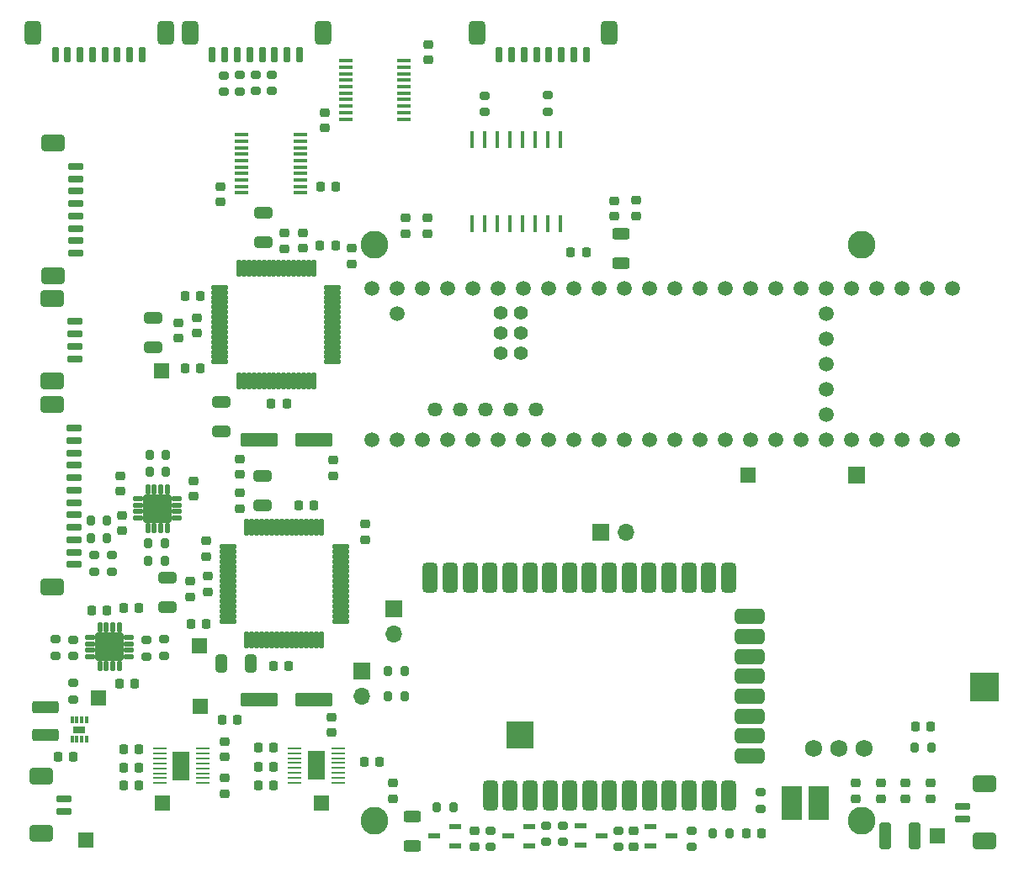
<source format=gbr>
%TF.GenerationSoftware,KiCad,Pcbnew,7.0.6*%
%TF.CreationDate,2024-04-07T14:57:10-04:00*%
%TF.ProjectId,mainbox,6d61696e-626f-4782-9e6b-696361645f70,rev?*%
%TF.SameCoordinates,Original*%
%TF.FileFunction,Soldermask,Top*%
%TF.FilePolarity,Negative*%
%FSLAX46Y46*%
G04 Gerber Fmt 4.6, Leading zero omitted, Abs format (unit mm)*
G04 Created by KiCad (PCBNEW 7.0.6) date 2024-04-07 14:57:10*
%MOMM*%
%LPD*%
G01*
G04 APERTURE LIST*
G04 Aperture macros list*
%AMRoundRect*
0 Rectangle with rounded corners*
0 $1 Rounding radius*
0 $2 $3 $4 $5 $6 $7 $8 $9 X,Y pos of 4 corners*
0 Add a 4 corners polygon primitive as box body*
4,1,4,$2,$3,$4,$5,$6,$7,$8,$9,$2,$3,0*
0 Add four circle primitives for the rounded corners*
1,1,$1+$1,$2,$3*
1,1,$1+$1,$4,$5*
1,1,$1+$1,$6,$7*
1,1,$1+$1,$8,$9*
0 Add four rect primitives between the rounded corners*
20,1,$1+$1,$2,$3,$4,$5,0*
20,1,$1+$1,$4,$5,$6,$7,0*
20,1,$1+$1,$6,$7,$8,$9,0*
20,1,$1+$1,$8,$9,$2,$3,0*%
G04 Aperture macros list end*
%ADD10RoundRect,0.380000X0.380000X-1.120000X0.380000X1.120000X-0.380000X1.120000X-0.380000X-1.120000X0*%
%ADD11RoundRect,0.380000X1.120000X0.380000X-1.120000X0.380000X-1.120000X-0.380000X1.120000X-0.380000X0*%
%ADD12RoundRect,0.100000X1.295000X-1.295000X1.295000X1.295000X-1.295000X1.295000X-1.295000X-1.295000X0*%
%ADD13RoundRect,0.425000X0.775000X-0.425000X0.775000X0.425000X-0.775000X0.425000X-0.775000X-0.425000X0*%
%ADD14RoundRect,0.150000X0.650000X-0.150000X0.650000X0.150000X-0.650000X0.150000X-0.650000X-0.150000X0*%
%ADD15RoundRect,0.200000X0.200000X0.275000X-0.200000X0.275000X-0.200000X-0.275000X0.200000X-0.275000X0*%
%ADD16RoundRect,0.250000X-0.325000X-0.650000X0.325000X-0.650000X0.325000X0.650000X-0.325000X0.650000X0*%
%ADD17RoundRect,0.200000X-0.275000X0.200000X-0.275000X-0.200000X0.275000X-0.200000X0.275000X0.200000X0*%
%ADD18C,1.512000*%
%ADD19C,1.462000*%
%ADD20C,1.412000*%
%ADD21RoundRect,0.200000X-0.200000X-0.275000X0.200000X-0.275000X0.200000X0.275000X-0.200000X0.275000X0*%
%ADD22RoundRect,0.225000X0.250000X-0.225000X0.250000X0.225000X-0.250000X0.225000X-0.250000X-0.225000X0*%
%ADD23R,1.250000X0.600000*%
%ADD24RoundRect,0.225000X-0.250000X0.225000X-0.250000X-0.225000X0.250000X-0.225000X0.250000X0.225000X0*%
%ADD25RoundRect,0.200000X0.275000X-0.200000X0.275000X0.200000X-0.275000X0.200000X-0.275000X-0.200000X0*%
%ADD26RoundRect,0.102000X-1.750000X-0.600000X1.750000X-0.600000X1.750000X0.600000X-1.750000X0.600000X0*%
%ADD27R,1.500000X1.500000*%
%ADD28RoundRect,0.250000X-0.650000X0.325000X-0.650000X-0.325000X0.650000X-0.325000X0.650000X0.325000X0*%
%ADD29RoundRect,0.225000X0.225000X0.250000X-0.225000X0.250000X-0.225000X-0.250000X0.225000X-0.250000X0*%
%ADD30RoundRect,0.218750X-0.218750X-0.256250X0.218750X-0.256250X0.218750X0.256250X-0.218750X0.256250X0*%
%ADD31RoundRect,0.225000X-0.225000X-0.250000X0.225000X-0.250000X0.225000X0.250000X-0.225000X0.250000X0*%
%ADD32C,2.800000*%
%ADD33R,0.406400X1.676400*%
%ADD34R,1.700000X1.700000*%
%ADD35O,1.700000X1.700000*%
%ADD36RoundRect,0.425000X-0.425000X-0.775000X0.425000X-0.775000X0.425000X0.775000X-0.425000X0.775000X0*%
%ADD37RoundRect,0.150000X-0.150000X-0.650000X0.150000X-0.650000X0.150000X0.650000X-0.150000X0.650000X0*%
%ADD38RoundRect,0.250000X0.650000X-0.325000X0.650000X0.325000X-0.650000X0.325000X-0.650000X-0.325000X0*%
%ADD39R,1.397000X0.279400*%
%ADD40R,1.651000X2.844800*%
%ADD41RoundRect,0.218750X0.218750X0.256250X-0.218750X0.256250X-0.218750X-0.256250X0.218750X-0.256250X0*%
%ADD42RoundRect,0.250000X-0.625000X0.312500X-0.625000X-0.312500X0.625000X-0.312500X0.625000X0.312500X0*%
%ADD43RoundRect,0.114800X-0.147200X0.407200X-0.147200X-0.407200X0.147200X-0.407200X0.147200X0.407200X0*%
%ADD44RoundRect,0.114800X-0.407200X-0.147200X0.407200X-0.147200X0.407200X0.147200X-0.407200X0.147200X0*%
%ADD45RoundRect,0.102000X-1.300000X1.300000X-1.300000X-1.300000X1.300000X-1.300000X1.300000X1.300000X0*%
%ADD46R,3.000000X3.000000*%
%ADD47C,1.725000*%
%ADD48R,2.000000X3.500000*%
%ADD49RoundRect,0.218750X-0.256250X0.218750X-0.256250X-0.218750X0.256250X-0.218750X0.256250X0.218750X0*%
%ADD50R,0.300000X0.800000*%
%ADD51R,1.300000X0.700000*%
%ADD52RoundRect,0.250000X-0.325000X-1.100000X0.325000X-1.100000X0.325000X1.100000X-0.325000X1.100000X0*%
%ADD53RoundRect,0.114800X0.407200X0.147200X-0.407200X0.147200X-0.407200X-0.147200X0.407200X-0.147200X0*%
%ADD54RoundRect,0.102000X1.300000X1.300000X-1.300000X1.300000X-1.300000X-1.300000X1.300000X-1.300000X0*%
%ADD55R,1.475000X0.450000*%
%ADD56RoundRect,0.250000X1.075000X-0.375000X1.075000X0.375000X-1.075000X0.375000X-1.075000X-0.375000X0*%
%ADD57RoundRect,0.110400X0.131600X-0.771600X0.131600X0.771600X-0.131600X0.771600X-0.131600X-0.771600X0*%
%ADD58RoundRect,0.141200X0.740800X-0.100800X0.740800X0.100800X-0.740800X0.100800X-0.740800X-0.100800X0*%
%ADD59RoundRect,0.425000X-0.775000X0.425000X-0.775000X-0.425000X0.775000X-0.425000X0.775000X0.425000X0*%
%ADD60RoundRect,0.150000X-0.650000X0.150000X-0.650000X-0.150000X0.650000X-0.150000X0.650000X0.150000X0*%
G04 APERTURE END LIST*
D10*
%TO.C,IC8*%
X171404000Y-127184000D03*
X173404000Y-127184000D03*
X175404000Y-127184000D03*
X177404000Y-127184000D03*
X179404000Y-127184000D03*
X181404000Y-127184000D03*
X183404000Y-127184000D03*
X185404000Y-127184000D03*
X187404000Y-127184000D03*
X189404000Y-127184000D03*
X191404000Y-127184000D03*
X193404000Y-127184000D03*
X195404000Y-127184000D03*
D11*
X197484000Y-123224000D03*
X197484000Y-121224000D03*
X197484000Y-119224000D03*
X197484000Y-117224000D03*
X197484000Y-115224000D03*
X197484000Y-113224000D03*
X197484000Y-111224000D03*
X197484000Y-109224000D03*
D10*
X195374000Y-105324000D03*
X193374000Y-105324000D03*
X191374000Y-105324000D03*
X189374000Y-105324000D03*
X187374000Y-105324000D03*
X185374000Y-105324000D03*
X183374000Y-105324000D03*
X181374000Y-105324000D03*
X179374000Y-105324000D03*
X177374000Y-105324000D03*
X175374000Y-105324000D03*
X173374000Y-105324000D03*
X171374000Y-105324000D03*
X169374000Y-105324000D03*
X167374000Y-105324000D03*
X165374000Y-105324000D03*
D12*
X174369000Y-121129000D03*
%TD*%
D13*
%TO.C,J7*%
X127417000Y-74874000D03*
X127417000Y-61524000D03*
D14*
X129667000Y-63874000D03*
X129667000Y-65124000D03*
X129667000Y-66374000D03*
X129667000Y-67624000D03*
X129667000Y-68874000D03*
X129667000Y-70124000D03*
X129667000Y-71374000D03*
X129667000Y-72624000D03*
%TD*%
D15*
%TO.C,R27*%
X138769000Y-94615000D03*
X137119000Y-94615000D03*
%TD*%
D16*
%TO.C,C19*%
X144321000Y-113944400D03*
X147271000Y-113944400D03*
%TD*%
D17*
%TO.C,R18*%
X198628000Y-126898400D03*
X198628000Y-128548400D03*
%TD*%
D18*
%TO.C,U5*%
X162052000Y-91442000D03*
X164592000Y-91442000D03*
X167132000Y-91442000D03*
X169672000Y-91442000D03*
X195072000Y-91442000D03*
X164592000Y-76202000D03*
X205232000Y-86362000D03*
X172212000Y-91442000D03*
X174752000Y-91442000D03*
D19*
X165862000Y-88392000D03*
D18*
X177292000Y-91442000D03*
X179832000Y-91442000D03*
X182372000Y-91442000D03*
X184912000Y-91442000D03*
X187452000Y-91442000D03*
X189992000Y-91442000D03*
X192532000Y-91442000D03*
X192532000Y-76202000D03*
X189992000Y-76202000D03*
X187452000Y-76202000D03*
X184912000Y-76202000D03*
X182372000Y-76202000D03*
X179832000Y-76202000D03*
X177292000Y-76202000D03*
X174752000Y-76202000D03*
X172212000Y-76202000D03*
X169672000Y-76202000D03*
X167132000Y-76202000D03*
X197612000Y-91442000D03*
X200152000Y-91442000D03*
X202692000Y-91442000D03*
X205232000Y-91442000D03*
X207772000Y-91442000D03*
X210312000Y-91442000D03*
X212852000Y-91442000D03*
X215392000Y-91442000D03*
X217932000Y-91442000D03*
X217932000Y-76202000D03*
X215392000Y-76202000D03*
X212852000Y-76202000D03*
X210312000Y-76202000D03*
X207772000Y-76202000D03*
X205232000Y-76202000D03*
X202692000Y-76202000D03*
X200152000Y-76202000D03*
X197612000Y-76202000D03*
D19*
X170942000Y-88392000D03*
X168402000Y-88392000D03*
D18*
X159512000Y-91442000D03*
X195072000Y-76202000D03*
X162052000Y-76202000D03*
X205232000Y-83822000D03*
D20*
X174482000Y-80652000D03*
X172482000Y-80652000D03*
D18*
X205232000Y-78742000D03*
X205232000Y-81282000D03*
D20*
X172482000Y-78652000D03*
X174482000Y-78652000D03*
X174482000Y-82652000D03*
X172482000Y-82652000D03*
D19*
X173482000Y-88392000D03*
X176022000Y-88392000D03*
D18*
X205232000Y-88902000D03*
X159512000Y-76202000D03*
X162052000Y-78742000D03*
%TD*%
D21*
%TO.C,R26*%
X131191000Y-99568000D03*
X132841000Y-99568000D03*
%TD*%
D22*
%TO.C,C5*%
X150723600Y-72149000D03*
X150723600Y-70599000D03*
%TD*%
D23*
%TO.C,IC4*%
X175294000Y-132273000D03*
X175294000Y-130363000D03*
X173194000Y-131318000D03*
%TD*%
D24*
%TO.C,C34*%
X134325000Y-98991500D03*
X134325000Y-100541500D03*
%TD*%
D21*
%TO.C,R5*%
X136970000Y-103632000D03*
X138620000Y-103632000D03*
%TD*%
D17*
%TO.C,R1*%
X129435500Y-111530000D03*
X129435500Y-113180000D03*
%TD*%
D25*
%TO.C,R30*%
X146202400Y-56337200D03*
X146202400Y-54687200D03*
%TD*%
%TO.C,R21*%
X136779000Y-113220000D03*
X136779000Y-111570000D03*
%TD*%
D24*
%TO.C,C8*%
X169799000Y-130797000D03*
X169799000Y-132347000D03*
%TD*%
D26*
%TO.C,Y1*%
X148126000Y-117602000D03*
X153626000Y-117602000D03*
%TD*%
D13*
%TO.C,J20*%
X127290000Y-106223000D03*
X127290000Y-87873000D03*
D14*
X129540000Y-90223000D03*
X129540000Y-91473000D03*
X129540000Y-92723000D03*
X129540000Y-93973000D03*
X129540000Y-95223000D03*
X129540000Y-96473000D03*
X129540000Y-97723000D03*
X129540000Y-98973000D03*
X129540000Y-100223000D03*
X129540000Y-101473000D03*
X129540000Y-102723000D03*
X129540000Y-103973000D03*
%TD*%
D21*
%TO.C,R10*%
X166024000Y-128397000D03*
X167674000Y-128397000D03*
%TD*%
D27*
%TO.C,TP10*%
X216408000Y-131318000D03*
%TD*%
D22*
%TO.C,C35*%
X141564000Y-97086500D03*
X141564000Y-95536500D03*
%TD*%
%TO.C,C36*%
X134213600Y-96583800D03*
X134213600Y-95033800D03*
%TD*%
D27*
%TO.C,TP3*%
X138303000Y-84455000D03*
%TD*%
D21*
%TO.C,R17*%
X161100000Y-117221000D03*
X162750000Y-117221000D03*
%TD*%
%TO.C,R23*%
X131191000Y-101346000D03*
X132841000Y-101346000D03*
%TD*%
D28*
%TO.C,C20*%
X148463000Y-95045000D03*
X148463000Y-97995000D03*
%TD*%
D24*
%TO.C,C14*%
X183896000Y-67347800D03*
X183896000Y-68897800D03*
%TD*%
D29*
%TO.C,C52*%
X142253000Y-76949000D03*
X140703000Y-76949000D03*
%TD*%
D30*
%TO.C,D2*%
X214147300Y-120243600D03*
X215722300Y-120243600D03*
%TD*%
D17*
%TO.C,R8*%
X171450000Y-130747000D03*
X171450000Y-132397000D03*
%TD*%
D31*
%TO.C,C22*%
X144411400Y-119583200D03*
X145961400Y-119583200D03*
%TD*%
D32*
%TO.C,H1*%
X208768000Y-71739000D03*
%TD*%
D22*
%TO.C,C40*%
X165150800Y-53149800D03*
X165150800Y-51599800D03*
%TD*%
D32*
%TO.C,H3*%
X159768000Y-129739000D03*
%TD*%
D25*
%TO.C,R31*%
X147828000Y-56310800D03*
X147828000Y-54660800D03*
%TD*%
D22*
%TO.C,C21*%
X146177000Y-98311000D03*
X146177000Y-96761000D03*
%TD*%
D29*
%TO.C,C43*%
X136030000Y-122555000D03*
X134480000Y-122555000D03*
%TD*%
%TO.C,C39*%
X149619000Y-124314000D03*
X148069000Y-124314000D03*
%TD*%
D22*
%TO.C,C25*%
X210693000Y-127521000D03*
X210693000Y-125971000D03*
%TD*%
D15*
%TO.C,R12*%
X215773000Y-122428000D03*
X214123000Y-122428000D03*
%TD*%
D33*
%TO.C,T1*%
X169545000Y-69646800D03*
X170815000Y-69646800D03*
X172085000Y-69646800D03*
X173355000Y-69646800D03*
X174625000Y-69646800D03*
X175895000Y-69646800D03*
X177165000Y-69646800D03*
X178435000Y-69646800D03*
X178435000Y-61163200D03*
X177165000Y-61163200D03*
X175895000Y-61163200D03*
X174625000Y-61163200D03*
X173355000Y-61163200D03*
X172085000Y-61163200D03*
X170815000Y-61163200D03*
X169545000Y-61163200D03*
%TD*%
D17*
%TO.C,R20*%
X127635000Y-111506000D03*
X127635000Y-113156000D03*
%TD*%
D34*
%TO.C,J9*%
X182499000Y-100711000D03*
D35*
X185039000Y-100711000D03*
%TD*%
D23*
%TO.C,IC5*%
X167894000Y-132273000D03*
X167894000Y-130363000D03*
X165794000Y-131318000D03*
%TD*%
D29*
%TO.C,C9*%
X153683000Y-98044000D03*
X152133000Y-98044000D03*
%TD*%
%TO.C,C28*%
X132855000Y-108585000D03*
X131305000Y-108585000D03*
%TD*%
D24*
%TO.C,C46*%
X144653000Y-125463000D03*
X144653000Y-127013000D03*
%TD*%
D17*
%TO.C,R14*%
X178689000Y-130239000D03*
X178689000Y-131889000D03*
%TD*%
D27*
%TO.C,TP6*%
X130683000Y-131699000D03*
%TD*%
D34*
%TO.C,J8*%
X161671000Y-108458000D03*
D35*
X161671000Y-110998000D03*
%TD*%
D24*
%TO.C,C7*%
X162915600Y-69088000D03*
X162915600Y-70638000D03*
%TD*%
D25*
%TO.C,R2*%
X138557000Y-113156000D03*
X138557000Y-111506000D03*
%TD*%
D22*
%TO.C,C62*%
X186080400Y-68847000D03*
X186080400Y-67297000D03*
%TD*%
D36*
%TO.C,J10*%
X141194700Y-50414900D03*
X154544700Y-50414900D03*
D37*
X152194700Y-52664900D03*
X150944700Y-52664900D03*
X149694700Y-52664900D03*
X148444700Y-52664900D03*
X147194700Y-52664900D03*
X145944700Y-52664900D03*
X144694700Y-52664900D03*
X143444700Y-52664900D03*
%TD*%
D38*
%TO.C,C55*%
X137464800Y-82107000D03*
X137464800Y-79157000D03*
%TD*%
D24*
%TO.C,C11*%
X158800800Y-99910600D03*
X158800800Y-101460600D03*
%TD*%
D39*
%TO.C,U3*%
X151739600Y-122455998D03*
X151739600Y-122956000D03*
X151739600Y-123455999D03*
X151739600Y-123956000D03*
X151739600Y-124456000D03*
X151739600Y-124955998D03*
X151739600Y-125456000D03*
X151739600Y-125955999D03*
X156108400Y-125956002D03*
X156108400Y-125456000D03*
X156108400Y-124956001D03*
X156108400Y-124456000D03*
X156108400Y-123956000D03*
X156108400Y-123456002D03*
X156108400Y-122956000D03*
X156108400Y-122456001D03*
D40*
X153924000Y-124206000D03*
%TD*%
D41*
%TO.C,D4*%
X198704300Y-131064000D03*
X197129300Y-131064000D03*
%TD*%
D24*
%TO.C,C54*%
X140055600Y-79641400D03*
X140055600Y-81191400D03*
%TD*%
D42*
%TO.C,R11*%
X163576000Y-129347500D03*
X163576000Y-132272500D03*
%TD*%
D17*
%TO.C,R9*%
X177038000Y-130239000D03*
X177038000Y-131889000D03*
%TD*%
D21*
%TO.C,R22*%
X136993000Y-101854000D03*
X138643000Y-101854000D03*
%TD*%
D25*
%TO.C,R32*%
X149453600Y-56310800D03*
X149453600Y-54660800D03*
%TD*%
D24*
%TO.C,C16*%
X141173200Y-105651000D03*
X141173200Y-107201000D03*
%TD*%
D27*
%TO.C,TP2*%
X131978400Y-117398800D03*
%TD*%
%TO.C,TP8*%
X197358000Y-94996000D03*
%TD*%
D22*
%TO.C,C47*%
X144653000Y-123330000D03*
X144653000Y-121780000D03*
%TD*%
D25*
%TO.C,R4*%
X177165000Y-58356000D03*
X177165000Y-56706000D03*
%TD*%
D23*
%TO.C,IC6*%
X180467000Y-130297000D03*
X180467000Y-132207000D03*
X182567000Y-131252000D03*
%TD*%
D29*
%TO.C,C44*%
X136030000Y-124388996D03*
X134480000Y-124388996D03*
%TD*%
D43*
%TO.C,U6*%
X138897000Y-96371500D03*
X138247000Y-96371500D03*
X137597000Y-96371500D03*
X136947000Y-96371500D03*
D44*
X135977000Y-97341500D03*
X135977000Y-97991500D03*
X135977000Y-98641500D03*
X135977000Y-99291500D03*
D43*
X136947000Y-100261500D03*
X137597000Y-100261500D03*
X138247000Y-100261500D03*
X138897000Y-100261500D03*
D44*
X139867000Y-99291500D03*
X139867000Y-98641500D03*
X139867000Y-97991500D03*
X139867000Y-97341500D03*
D45*
X137922000Y-98316500D03*
%TD*%
D24*
%TO.C,C51*%
X154736800Y-58457800D03*
X154736800Y-60007800D03*
%TD*%
D22*
%TO.C,C29*%
X215713000Y-127521000D03*
X215713000Y-125971000D03*
%TD*%
D31*
%TO.C,C32*%
X134480000Y-108331000D03*
X136030000Y-108331000D03*
%TD*%
D46*
%TO.C,TP9*%
X221132400Y-116332000D03*
%TD*%
D36*
%TO.C,J2*%
X170049100Y-50389500D03*
X183399100Y-50389500D03*
D37*
X181049100Y-52639500D03*
X179799100Y-52639500D03*
X178549100Y-52639500D03*
X177299100Y-52639500D03*
X176049100Y-52639500D03*
X174799100Y-52639500D03*
X173549100Y-52639500D03*
X172299100Y-52639500D03*
%TD*%
D22*
%TO.C,C27*%
X213203000Y-127521000D03*
X213203000Y-125971000D03*
%TD*%
D13*
%TO.C,J21*%
X126238000Y-131064000D03*
X126238000Y-125314000D03*
D14*
X128488000Y-127564000D03*
X128488000Y-128814000D03*
%TD*%
D22*
%TO.C,C23*%
X155448000Y-120904000D03*
X155448000Y-119354000D03*
%TD*%
D31*
%TO.C,C63*%
X127876000Y-123317000D03*
X129426000Y-123317000D03*
%TD*%
D47*
%TO.C,PS1*%
X203962000Y-122465000D03*
X206502000Y-122465000D03*
X209042000Y-122465000D03*
%TD*%
D29*
%TO.C,C42*%
X149619000Y-126238000D03*
X148069000Y-126238000D03*
%TD*%
D28*
%TO.C,C4*%
X148539200Y-68527400D03*
X148539200Y-71477400D03*
%TD*%
D31*
%TO.C,C30*%
X134048200Y-115951000D03*
X135598200Y-115951000D03*
%TD*%
%TO.C,C41*%
X158737000Y-123825000D03*
X160287000Y-123825000D03*
%TD*%
D22*
%TO.C,C12*%
X142798800Y-103137000D03*
X142798800Y-101587000D03*
%TD*%
%TO.C,C60*%
X165100000Y-70625000D03*
X165100000Y-69075000D03*
%TD*%
%TO.C,C33*%
X155575000Y-95009000D03*
X155575000Y-93459000D03*
%TD*%
D41*
%TO.C,D1*%
X181076700Y-72491600D03*
X179501700Y-72491600D03*
%TD*%
D48*
%TO.C,L2*%
X204479000Y-128016000D03*
X201779000Y-128016000D03*
%TD*%
D24*
%TO.C,C37*%
X144272000Y-65900000D03*
X144272000Y-67450000D03*
%TD*%
D25*
%TO.C,R3*%
X170815000Y-58420000D03*
X170815000Y-56770000D03*
%TD*%
D22*
%TO.C,C31*%
X146177000Y-94882000D03*
X146177000Y-93332000D03*
%TD*%
D15*
%TO.C,R28*%
X138770000Y-92964000D03*
X137120000Y-92964000D03*
%TD*%
D34*
%TO.C,J6*%
X208280000Y-94996000D03*
%TD*%
D49*
%TO.C,D3*%
X161645600Y-125958500D03*
X161645600Y-127533500D03*
%TD*%
D17*
%TO.C,R25*%
X133350000Y-103010200D03*
X133350000Y-104660200D03*
%TD*%
D27*
%TO.C,TP4*%
X142240000Y-118237000D03*
%TD*%
D15*
%TO.C,R19*%
X195439800Y-131064000D03*
X193789800Y-131064000D03*
%TD*%
D50*
%TO.C,IC3*%
X129310000Y-121534000D03*
X129810000Y-121534000D03*
X130310000Y-121534000D03*
X130810000Y-121534000D03*
X130810000Y-119634000D03*
X130310000Y-119634000D03*
X129810000Y-119634000D03*
X129310000Y-119634000D03*
D51*
X130060000Y-120584000D03*
%TD*%
D26*
%TO.C,Y2*%
X148138000Y-91440000D03*
X153638000Y-91440000D03*
%TD*%
D25*
%TO.C,R7*%
X129413000Y-117538000D03*
X129413000Y-115888000D03*
%TD*%
D32*
%TO.C,H2*%
X159768000Y-71739000D03*
%TD*%
D29*
%TO.C,C53*%
X142240000Y-84188000D03*
X140690000Y-84188000D03*
%TD*%
D52*
%TO.C,C3*%
X211123000Y-131318000D03*
X214073000Y-131318000D03*
%TD*%
D23*
%TO.C,IC7*%
X187511000Y-130363000D03*
X187511000Y-132273000D03*
X189611000Y-131318000D03*
%TD*%
D42*
%TO.C,R6*%
X184556400Y-70673500D03*
X184556400Y-73598500D03*
%TD*%
D25*
%TO.C,R29*%
X144576800Y-56361600D03*
X144576800Y-54711600D03*
%TD*%
%TO.C,R15*%
X191643000Y-132397000D03*
X191643000Y-130747000D03*
%TD*%
D13*
%TO.C,J1*%
X127351500Y-85494500D03*
X127351500Y-77144500D03*
D14*
X129601500Y-79494500D03*
X129601500Y-80744500D03*
X129601500Y-81994500D03*
X129601500Y-83244500D03*
%TD*%
D29*
%TO.C,C6*%
X142811800Y-109931200D03*
X141261800Y-109931200D03*
%TD*%
D31*
%TO.C,C2*%
X149351000Y-87757000D03*
X150901000Y-87757000D03*
%TD*%
D29*
%TO.C,C38*%
X149619000Y-122428000D03*
X148069000Y-122428000D03*
%TD*%
D38*
%TO.C,C1*%
X144373600Y-90527400D03*
X144373600Y-87577400D03*
%TD*%
D31*
%TO.C,C50*%
X154266600Y-71831200D03*
X155816600Y-71831200D03*
%TD*%
D53*
%TO.C,U1*%
X135022500Y-113243000D03*
X135022500Y-112593000D03*
X135022500Y-111943000D03*
X135022500Y-111293000D03*
D43*
X134052500Y-110323000D03*
X133402500Y-110323000D03*
X132752500Y-110323000D03*
X132102500Y-110323000D03*
D53*
X131132500Y-111293000D03*
X131132500Y-111943000D03*
X131132500Y-112593000D03*
X131132500Y-113243000D03*
D43*
X132102500Y-114213000D03*
X132752500Y-114213000D03*
X133402500Y-114213000D03*
X134052500Y-114213000D03*
D54*
X133077500Y-112268000D03*
%TD*%
D55*
%TO.C,IC1*%
X162704000Y-59109800D03*
X162704000Y-58459800D03*
X162704000Y-57809800D03*
X162704000Y-57159800D03*
X162704000Y-56509800D03*
X162704000Y-55859800D03*
X162704000Y-55209800D03*
X162704000Y-54559800D03*
X162704000Y-53909800D03*
X162704000Y-53259800D03*
X156828000Y-53259800D03*
X156828000Y-53909800D03*
X156828000Y-54559800D03*
X156828000Y-55209800D03*
X156828000Y-55859800D03*
X156828000Y-56509800D03*
X156828000Y-57159800D03*
X156828000Y-57809800D03*
X156828000Y-58459800D03*
X156828000Y-59109800D03*
%TD*%
D29*
%TO.C,C45*%
X136030000Y-126238000D03*
X134480000Y-126238000D03*
%TD*%
D22*
%TO.C,C10*%
X185801000Y-132347000D03*
X185801000Y-130797000D03*
%TD*%
D31*
%TO.C,C18*%
X149593000Y-114147600D03*
X151143000Y-114147600D03*
%TD*%
D22*
%TO.C,C49*%
X152527000Y-72098200D03*
X152527000Y-70548200D03*
%TD*%
D38*
%TO.C,C13*%
X138938000Y-108282000D03*
X138938000Y-105332000D03*
%TD*%
D31*
%TO.C,C15*%
X154292000Y-65913000D03*
X155842000Y-65913000D03*
%TD*%
D55*
%TO.C,IC2*%
X152273000Y-66548000D03*
X152273000Y-65898000D03*
X152273000Y-65248000D03*
X152273000Y-64598000D03*
X152273000Y-63948000D03*
X152273000Y-63298000D03*
X152273000Y-62648000D03*
X152273000Y-61998000D03*
X152273000Y-61348000D03*
X152273000Y-60698000D03*
X146397000Y-60698000D03*
X146397000Y-61348000D03*
X146397000Y-61998000D03*
X146397000Y-62648000D03*
X146397000Y-63298000D03*
X146397000Y-63948000D03*
X146397000Y-64598000D03*
X146397000Y-65248000D03*
X146397000Y-65898000D03*
X146397000Y-66548000D03*
%TD*%
D56*
%TO.C,L1*%
X126619000Y-121161000D03*
X126619000Y-118361000D03*
%TD*%
D57*
%TO.C,U4*%
X146907000Y-111586000D03*
X147407000Y-111586000D03*
X147907000Y-111586000D03*
X148407000Y-111586000D03*
X148907000Y-111586000D03*
X149407000Y-111586000D03*
X149907000Y-111586000D03*
X150407000Y-111586000D03*
X150907000Y-111586000D03*
X151407000Y-111586000D03*
X151907000Y-111586000D03*
X152407000Y-111586000D03*
X152907000Y-111586000D03*
X153407000Y-111586000D03*
X153907000Y-111586000D03*
X154407000Y-111586000D03*
D58*
X156337000Y-109656000D03*
X156337000Y-109156000D03*
X156337000Y-108656000D03*
X156337000Y-108156000D03*
X156337000Y-107656000D03*
X156337000Y-107156000D03*
X156337000Y-106656000D03*
X156337000Y-106156000D03*
X156337000Y-105656000D03*
X156337000Y-105156000D03*
X156337000Y-104656000D03*
X156337000Y-104156000D03*
X156337000Y-103656000D03*
X156337000Y-103156000D03*
X156337000Y-102656000D03*
X156337000Y-102156000D03*
D57*
X154407000Y-100226000D03*
X153907000Y-100226000D03*
X153407000Y-100226000D03*
X152907000Y-100226000D03*
X152407000Y-100226000D03*
X151907000Y-100226000D03*
X151407000Y-100226000D03*
X150907000Y-100226000D03*
X150407000Y-100226000D03*
X149907000Y-100226000D03*
X149407000Y-100226000D03*
X148907000Y-100226000D03*
X148407000Y-100226000D03*
X147907000Y-100226000D03*
X147407000Y-100226000D03*
X146907000Y-100226000D03*
D58*
X144977000Y-102156000D03*
X144977000Y-102656000D03*
X144977000Y-103156000D03*
X144977000Y-103656000D03*
X144977000Y-104156000D03*
X144977000Y-104656000D03*
X144977000Y-105156000D03*
X144977000Y-105656000D03*
X144977000Y-106156000D03*
X144977000Y-106656000D03*
X144977000Y-107156000D03*
X144977000Y-107656000D03*
X144977000Y-108156000D03*
X144977000Y-108656000D03*
X144977000Y-109156000D03*
X144977000Y-109656000D03*
%TD*%
D25*
%TO.C,R13*%
X184277000Y-132397000D03*
X184277000Y-130747000D03*
%TD*%
D21*
%TO.C,R16*%
X161100000Y-114681000D03*
X162750000Y-114681000D03*
%TD*%
D34*
%TO.C,J5*%
X158498000Y-114709000D03*
D35*
X158498000Y-117249000D03*
%TD*%
D59*
%TO.C,J3*%
X221136500Y-126067500D03*
X221136500Y-131817500D03*
D60*
X218886500Y-129567500D03*
X218886500Y-128317500D03*
%TD*%
D57*
%TO.C,U2*%
X146122000Y-85491500D03*
X146622000Y-85491500D03*
X147122000Y-85491500D03*
X147622000Y-85491500D03*
X148122000Y-85491500D03*
X148622000Y-85491500D03*
X149122000Y-85491500D03*
X149622000Y-85491500D03*
X150122000Y-85491500D03*
X150622000Y-85491500D03*
X151122000Y-85491500D03*
X151622000Y-85491500D03*
X152122000Y-85491500D03*
X152622000Y-85491500D03*
X153122000Y-85491500D03*
X153622000Y-85491500D03*
D58*
X155552000Y-83561500D03*
X155552000Y-83061500D03*
X155552000Y-82561500D03*
X155552000Y-82061500D03*
X155552000Y-81561500D03*
X155552000Y-81061500D03*
X155552000Y-80561500D03*
X155552000Y-80061500D03*
X155552000Y-79561500D03*
X155552000Y-79061500D03*
X155552000Y-78561500D03*
X155552000Y-78061500D03*
X155552000Y-77561500D03*
X155552000Y-77061500D03*
X155552000Y-76561500D03*
X155552000Y-76061500D03*
D57*
X153622000Y-74131500D03*
X153122000Y-74131500D03*
X152622000Y-74131500D03*
X152122000Y-74131500D03*
X151622000Y-74131500D03*
X151122000Y-74131500D03*
X150622000Y-74131500D03*
X150122000Y-74131500D03*
X149622000Y-74131500D03*
X149122000Y-74131500D03*
X148622000Y-74131500D03*
X148122000Y-74131500D03*
X147622000Y-74131500D03*
X147122000Y-74131500D03*
X146622000Y-74131500D03*
X146122000Y-74131500D03*
D58*
X144192000Y-76061500D03*
X144192000Y-76561500D03*
X144192000Y-77061500D03*
X144192000Y-77561500D03*
X144192000Y-78061500D03*
X144192000Y-78561500D03*
X144192000Y-79061500D03*
X144192000Y-79561500D03*
X144192000Y-80061500D03*
X144192000Y-80561500D03*
X144192000Y-81061500D03*
X144192000Y-81561500D03*
X144192000Y-82061500D03*
X144192000Y-82561500D03*
X144192000Y-83061500D03*
X144192000Y-83561500D03*
%TD*%
D27*
%TO.C,TP5*%
X138430000Y-128016000D03*
%TD*%
D36*
%TO.C,J4*%
X125370500Y-50389500D03*
X138720500Y-50389500D03*
D37*
X136370500Y-52639500D03*
X135120500Y-52639500D03*
X133870500Y-52639500D03*
X132620500Y-52639500D03*
X131370500Y-52639500D03*
X130120500Y-52639500D03*
X128870500Y-52639500D03*
X127620500Y-52639500D03*
%TD*%
D22*
%TO.C,C17*%
X208183000Y-127521000D03*
X208183000Y-125971000D03*
%TD*%
D39*
%TO.C,U8*%
X138125200Y-122483996D03*
X138125200Y-122983998D03*
X138125200Y-123483997D03*
X138125200Y-123983998D03*
X138125200Y-124483998D03*
X138125200Y-124983996D03*
X138125200Y-125483998D03*
X138125200Y-125983997D03*
X142494000Y-125984000D03*
X142494000Y-125483998D03*
X142494000Y-124983999D03*
X142494000Y-124483998D03*
X142494000Y-123983998D03*
X142494000Y-123484000D03*
X142494000Y-122983998D03*
X142494000Y-122483999D03*
D40*
X140309600Y-124233998D03*
%TD*%
D24*
%TO.C,C26*%
X157480000Y-72123000D03*
X157480000Y-73673000D03*
%TD*%
%TO.C,C24*%
X143002000Y-105143000D03*
X143002000Y-106693000D03*
%TD*%
D25*
%TO.C,R24*%
X131572000Y-104660200D03*
X131572000Y-103010200D03*
%TD*%
D27*
%TO.C,TP1*%
X142138400Y-112115600D03*
%TD*%
D24*
%TO.C,C48*%
X141859000Y-79095000D03*
X141859000Y-80645000D03*
%TD*%
D27*
%TO.C,TP7*%
X154432000Y-128016000D03*
%TD*%
D32*
%TO.C,H4*%
X208768000Y-129739000D03*
%TD*%
M02*

</source>
